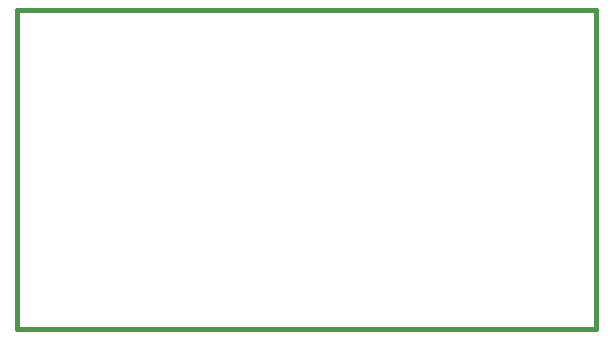
<source format=gbr>
G04 (created by PCBNEW-RS274X (2012-jan-04)-stable) date Sat 31 Mar 2012 05:41:53 PM CEST*
G01*
G70*
G90*
%MOIN*%
G04 Gerber Fmt 3.4, Leading zero omitted, Abs format*
%FSLAX34Y34*%
G04 APERTURE LIST*
%ADD10C,0.008000*%
%ADD11C,0.015000*%
G04 APERTURE END LIST*
G54D10*
G54D11*
X38976Y-12795D02*
X19684Y-12795D01*
X38976Y-23425D02*
X38976Y-12795D01*
X19684Y-23425D02*
X38976Y-23425D01*
X19684Y-12795D02*
X19684Y-23425D01*
M02*

</source>
